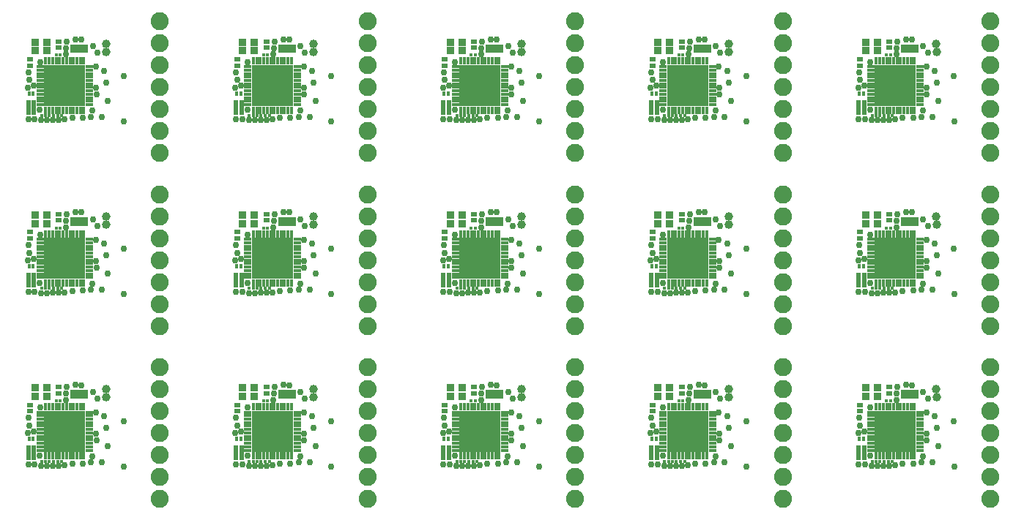
<source format=gbr>
G04 EAGLE Gerber X2 export*
%TF.Part,Single*%
%TF.FileFunction,Soldermask,Top,1*%
%TF.FilePolarity,Negative*%
%TF.GenerationSoftware,Autodesk,EAGLE,8.7.1*%
%TF.CreationDate,2018-04-12T23:37:32Z*%
G75*
%MOMM*%
%FSLAX34Y34*%
%LPD*%
%AMOC8*
5,1,8,0,0,1.08239X$1,22.5*%
G01*
%ADD10R,0.453200X0.453200*%
%ADD11C,2.082800*%
%ADD12R,0.953200X0.903200*%
%ADD13R,0.433200X0.883200*%
%ADD14R,4.803200X4.803200*%
%ADD15R,0.883200X0.433200*%
%ADD16R,0.553200X0.553200*%
%ADD17R,0.803200X0.603200*%
%ADD18R,0.553200X1.803200*%
%ADD19R,0.453200X0.503200*%
%ADD20C,0.762000*%
%ADD21C,1.008000*%


D10*
X24138Y8805D03*
X19566Y8805D03*
X38380Y8723D03*
X42952Y8723D03*
X28572Y8735D03*
X33144Y8735D03*
X36355Y78766D03*
X40927Y78766D03*
D11*
X156400Y117800D03*
X156400Y92400D03*
X156400Y67000D03*
X156400Y41600D03*
X156400Y16200D03*
X156400Y-9200D03*
X156400Y-34600D03*
D12*
X25607Y83791D03*
X12107Y83791D03*
X12107Y93791D03*
X25607Y93791D03*
D13*
X24462Y14900D03*
D14*
X46462Y43500D03*
D13*
X28462Y14900D03*
X32462Y14900D03*
X36462Y14900D03*
X40462Y14900D03*
X44462Y14900D03*
X48462Y14900D03*
X52462Y14900D03*
X56462Y14900D03*
X60462Y14900D03*
X64462Y14900D03*
X68462Y14900D03*
D15*
X75062Y21500D03*
X75062Y25500D03*
X75062Y29500D03*
X75062Y33500D03*
X75062Y37500D03*
X75062Y41500D03*
X75062Y45500D03*
X75062Y49500D03*
X75062Y53500D03*
X75062Y57500D03*
X75062Y61500D03*
X75062Y65500D03*
D13*
X68462Y72100D03*
X64462Y72100D03*
X60462Y72100D03*
X56462Y72100D03*
X52462Y72100D03*
X48462Y72100D03*
X44462Y72100D03*
X40462Y72100D03*
X36462Y72100D03*
X32462Y72100D03*
X28462Y72100D03*
X24462Y72100D03*
D15*
X17862Y65500D03*
X17862Y61500D03*
X17862Y57500D03*
X17862Y53500D03*
X17862Y49500D03*
X17862Y45500D03*
X17862Y41500D03*
X17862Y37500D03*
X17862Y33500D03*
X17862Y29500D03*
X17862Y25500D03*
X17862Y21500D03*
D16*
X70739Y83796D03*
X65739Y83796D03*
X60739Y83796D03*
X55739Y83796D03*
X70739Y88796D03*
X65739Y88796D03*
X60739Y88796D03*
X55739Y88796D03*
D17*
X5860Y66813D03*
X5860Y73813D03*
X39624Y87440D03*
X39624Y94440D03*
D18*
X4153Y18174D03*
X10653Y18174D03*
D19*
X10016Y34337D03*
X5016Y34337D03*
D10*
X264138Y8805D03*
X259566Y8805D03*
X278380Y8723D03*
X282952Y8723D03*
X268572Y8735D03*
X273144Y8735D03*
X276355Y78766D03*
X280927Y78766D03*
D11*
X396400Y117800D03*
X396400Y92400D03*
X396400Y67000D03*
X396400Y41600D03*
X396400Y16200D03*
X396400Y-9200D03*
X396400Y-34600D03*
D12*
X265607Y83791D03*
X252107Y83791D03*
X252107Y93791D03*
X265607Y93791D03*
D13*
X264462Y14900D03*
D14*
X286462Y43500D03*
D13*
X268462Y14900D03*
X272462Y14900D03*
X276462Y14900D03*
X280462Y14900D03*
X284462Y14900D03*
X288462Y14900D03*
X292462Y14900D03*
X296462Y14900D03*
X300462Y14900D03*
X304462Y14900D03*
X308462Y14900D03*
D15*
X315062Y21500D03*
X315062Y25500D03*
X315062Y29500D03*
X315062Y33500D03*
X315062Y37500D03*
X315062Y41500D03*
X315062Y45500D03*
X315062Y49500D03*
X315062Y53500D03*
X315062Y57500D03*
X315062Y61500D03*
X315062Y65500D03*
D13*
X308462Y72100D03*
X304462Y72100D03*
X300462Y72100D03*
X296462Y72100D03*
X292462Y72100D03*
X288462Y72100D03*
X284462Y72100D03*
X280462Y72100D03*
X276462Y72100D03*
X272462Y72100D03*
X268462Y72100D03*
X264462Y72100D03*
D15*
X257862Y65500D03*
X257862Y61500D03*
X257862Y57500D03*
X257862Y53500D03*
X257862Y49500D03*
X257862Y45500D03*
X257862Y41500D03*
X257862Y37500D03*
X257862Y33500D03*
X257862Y29500D03*
X257862Y25500D03*
X257862Y21500D03*
D16*
X310739Y83796D03*
X305739Y83796D03*
X300739Y83796D03*
X295739Y83796D03*
X310739Y88796D03*
X305739Y88796D03*
X300739Y88796D03*
X295739Y88796D03*
D17*
X245860Y66813D03*
X245860Y73813D03*
X279624Y87440D03*
X279624Y94440D03*
D18*
X244153Y18174D03*
X250653Y18174D03*
D19*
X250016Y34337D03*
X245016Y34337D03*
D10*
X504138Y8805D03*
X499566Y8805D03*
X518380Y8723D03*
X522952Y8723D03*
X508572Y8735D03*
X513144Y8735D03*
X516355Y78766D03*
X520927Y78766D03*
D11*
X636400Y117800D03*
X636400Y92400D03*
X636400Y67000D03*
X636400Y41600D03*
X636400Y16200D03*
X636400Y-9200D03*
X636400Y-34600D03*
D12*
X505607Y83791D03*
X492107Y83791D03*
X492107Y93791D03*
X505607Y93791D03*
D13*
X504462Y14900D03*
D14*
X526462Y43500D03*
D13*
X508462Y14900D03*
X512462Y14900D03*
X516462Y14900D03*
X520462Y14900D03*
X524462Y14900D03*
X528462Y14900D03*
X532462Y14900D03*
X536462Y14900D03*
X540462Y14900D03*
X544462Y14900D03*
X548462Y14900D03*
D15*
X555062Y21500D03*
X555062Y25500D03*
X555062Y29500D03*
X555062Y33500D03*
X555062Y37500D03*
X555062Y41500D03*
X555062Y45500D03*
X555062Y49500D03*
X555062Y53500D03*
X555062Y57500D03*
X555062Y61500D03*
X555062Y65500D03*
D13*
X548462Y72100D03*
X544462Y72100D03*
X540462Y72100D03*
X536462Y72100D03*
X532462Y72100D03*
X528462Y72100D03*
X524462Y72100D03*
X520462Y72100D03*
X516462Y72100D03*
X512462Y72100D03*
X508462Y72100D03*
X504462Y72100D03*
D15*
X497862Y65500D03*
X497862Y61500D03*
X497862Y57500D03*
X497862Y53500D03*
X497862Y49500D03*
X497862Y45500D03*
X497862Y41500D03*
X497862Y37500D03*
X497862Y33500D03*
X497862Y29500D03*
X497862Y25500D03*
X497862Y21500D03*
D16*
X550739Y83796D03*
X545739Y83796D03*
X540739Y83796D03*
X535739Y83796D03*
X550739Y88796D03*
X545739Y88796D03*
X540739Y88796D03*
X535739Y88796D03*
D17*
X485860Y66813D03*
X485860Y73813D03*
X519624Y87440D03*
X519624Y94440D03*
D18*
X484153Y18174D03*
X490653Y18174D03*
D19*
X490016Y34337D03*
X485016Y34337D03*
D10*
X744138Y8805D03*
X739566Y8805D03*
X758380Y8723D03*
X762952Y8723D03*
X748572Y8735D03*
X753144Y8735D03*
X756355Y78766D03*
X760927Y78766D03*
D11*
X876400Y117800D03*
X876400Y92400D03*
X876400Y67000D03*
X876400Y41600D03*
X876400Y16200D03*
X876400Y-9200D03*
X876400Y-34600D03*
D12*
X745607Y83791D03*
X732107Y83791D03*
X732107Y93791D03*
X745607Y93791D03*
D13*
X744462Y14900D03*
D14*
X766462Y43500D03*
D13*
X748462Y14900D03*
X752462Y14900D03*
X756462Y14900D03*
X760462Y14900D03*
X764462Y14900D03*
X768462Y14900D03*
X772462Y14900D03*
X776462Y14900D03*
X780462Y14900D03*
X784462Y14900D03*
X788462Y14900D03*
D15*
X795062Y21500D03*
X795062Y25500D03*
X795062Y29500D03*
X795062Y33500D03*
X795062Y37500D03*
X795062Y41500D03*
X795062Y45500D03*
X795062Y49500D03*
X795062Y53500D03*
X795062Y57500D03*
X795062Y61500D03*
X795062Y65500D03*
D13*
X788462Y72100D03*
X784462Y72100D03*
X780462Y72100D03*
X776462Y72100D03*
X772462Y72100D03*
X768462Y72100D03*
X764462Y72100D03*
X760462Y72100D03*
X756462Y72100D03*
X752462Y72100D03*
X748462Y72100D03*
X744462Y72100D03*
D15*
X737862Y65500D03*
X737862Y61500D03*
X737862Y57500D03*
X737862Y53500D03*
X737862Y49500D03*
X737862Y45500D03*
X737862Y41500D03*
X737862Y37500D03*
X737862Y33500D03*
X737862Y29500D03*
X737862Y25500D03*
X737862Y21500D03*
D16*
X790739Y83796D03*
X785739Y83796D03*
X780739Y83796D03*
X775739Y83796D03*
X790739Y88796D03*
X785739Y88796D03*
X780739Y88796D03*
X775739Y88796D03*
D17*
X725860Y66813D03*
X725860Y73813D03*
X759624Y87440D03*
X759624Y94440D03*
D18*
X724153Y18174D03*
X730653Y18174D03*
D19*
X730016Y34337D03*
X725016Y34337D03*
D10*
X984138Y8805D03*
X979566Y8805D03*
X998380Y8723D03*
X1002952Y8723D03*
X988572Y8735D03*
X993144Y8735D03*
X996355Y78766D03*
X1000927Y78766D03*
D11*
X1116400Y117800D03*
X1116400Y92400D03*
X1116400Y67000D03*
X1116400Y41600D03*
X1116400Y16200D03*
X1116400Y-9200D03*
X1116400Y-34600D03*
D12*
X985607Y83791D03*
X972107Y83791D03*
X972107Y93791D03*
X985607Y93791D03*
D13*
X984462Y14900D03*
D14*
X1006462Y43500D03*
D13*
X988462Y14900D03*
X992462Y14900D03*
X996462Y14900D03*
X1000462Y14900D03*
X1004462Y14900D03*
X1008462Y14900D03*
X1012462Y14900D03*
X1016462Y14900D03*
X1020462Y14900D03*
X1024462Y14900D03*
X1028462Y14900D03*
D15*
X1035062Y21500D03*
X1035062Y25500D03*
X1035062Y29500D03*
X1035062Y33500D03*
X1035062Y37500D03*
X1035062Y41500D03*
X1035062Y45500D03*
X1035062Y49500D03*
X1035062Y53500D03*
X1035062Y57500D03*
X1035062Y61500D03*
X1035062Y65500D03*
D13*
X1028462Y72100D03*
X1024462Y72100D03*
X1020462Y72100D03*
X1016462Y72100D03*
X1012462Y72100D03*
X1008462Y72100D03*
X1004462Y72100D03*
X1000462Y72100D03*
X996462Y72100D03*
X992462Y72100D03*
X988462Y72100D03*
X984462Y72100D03*
D15*
X977862Y65500D03*
X977862Y61500D03*
X977862Y57500D03*
X977862Y53500D03*
X977862Y49500D03*
X977862Y45500D03*
X977862Y41500D03*
X977862Y37500D03*
X977862Y33500D03*
X977862Y29500D03*
X977862Y25500D03*
X977862Y21500D03*
D16*
X1030739Y83796D03*
X1025739Y83796D03*
X1020739Y83796D03*
X1015739Y83796D03*
X1030739Y88796D03*
X1025739Y88796D03*
X1020739Y88796D03*
X1015739Y88796D03*
D17*
X965860Y66813D03*
X965860Y73813D03*
X999624Y87440D03*
X999624Y94440D03*
D18*
X964153Y18174D03*
X970653Y18174D03*
D19*
X970016Y34337D03*
X965016Y34337D03*
D10*
X24138Y208805D03*
X19566Y208805D03*
X38380Y208723D03*
X42952Y208723D03*
X28572Y208735D03*
X33144Y208735D03*
X36355Y278766D03*
X40927Y278766D03*
D11*
X156400Y317800D03*
X156400Y292400D03*
X156400Y267000D03*
X156400Y241600D03*
X156400Y216200D03*
X156400Y190800D03*
X156400Y165400D03*
D12*
X25607Y283791D03*
X12107Y283791D03*
X12107Y293791D03*
X25607Y293791D03*
D13*
X24462Y214900D03*
D14*
X46462Y243500D03*
D13*
X28462Y214900D03*
X32462Y214900D03*
X36462Y214900D03*
X40462Y214900D03*
X44462Y214900D03*
X48462Y214900D03*
X52462Y214900D03*
X56462Y214900D03*
X60462Y214900D03*
X64462Y214900D03*
X68462Y214900D03*
D15*
X75062Y221500D03*
X75062Y225500D03*
X75062Y229500D03*
X75062Y233500D03*
X75062Y237500D03*
X75062Y241500D03*
X75062Y245500D03*
X75062Y249500D03*
X75062Y253500D03*
X75062Y257500D03*
X75062Y261500D03*
X75062Y265500D03*
D13*
X68462Y272100D03*
X64462Y272100D03*
X60462Y272100D03*
X56462Y272100D03*
X52462Y272100D03*
X48462Y272100D03*
X44462Y272100D03*
X40462Y272100D03*
X36462Y272100D03*
X32462Y272100D03*
X28462Y272100D03*
X24462Y272100D03*
D15*
X17862Y265500D03*
X17862Y261500D03*
X17862Y257500D03*
X17862Y253500D03*
X17862Y249500D03*
X17862Y245500D03*
X17862Y241500D03*
X17862Y237500D03*
X17862Y233500D03*
X17862Y229500D03*
X17862Y225500D03*
X17862Y221500D03*
D16*
X70739Y283796D03*
X65739Y283796D03*
X60739Y283796D03*
X55739Y283796D03*
X70739Y288796D03*
X65739Y288796D03*
X60739Y288796D03*
X55739Y288796D03*
D17*
X5860Y266813D03*
X5860Y273813D03*
X39624Y287440D03*
X39624Y294440D03*
D18*
X4153Y218174D03*
X10653Y218174D03*
D19*
X10016Y234337D03*
X5016Y234337D03*
D10*
X264138Y208805D03*
X259566Y208805D03*
X278380Y208723D03*
X282952Y208723D03*
X268572Y208735D03*
X273144Y208735D03*
X276355Y278766D03*
X280927Y278766D03*
D11*
X396400Y317800D03*
X396400Y292400D03*
X396400Y267000D03*
X396400Y241600D03*
X396400Y216200D03*
X396400Y190800D03*
X396400Y165400D03*
D12*
X265607Y283791D03*
X252107Y283791D03*
X252107Y293791D03*
X265607Y293791D03*
D13*
X264462Y214900D03*
D14*
X286462Y243500D03*
D13*
X268462Y214900D03*
X272462Y214900D03*
X276462Y214900D03*
X280462Y214900D03*
X284462Y214900D03*
X288462Y214900D03*
X292462Y214900D03*
X296462Y214900D03*
X300462Y214900D03*
X304462Y214900D03*
X308462Y214900D03*
D15*
X315062Y221500D03*
X315062Y225500D03*
X315062Y229500D03*
X315062Y233500D03*
X315062Y237500D03*
X315062Y241500D03*
X315062Y245500D03*
X315062Y249500D03*
X315062Y253500D03*
X315062Y257500D03*
X315062Y261500D03*
X315062Y265500D03*
D13*
X308462Y272100D03*
X304462Y272100D03*
X300462Y272100D03*
X296462Y272100D03*
X292462Y272100D03*
X288462Y272100D03*
X284462Y272100D03*
X280462Y272100D03*
X276462Y272100D03*
X272462Y272100D03*
X268462Y272100D03*
X264462Y272100D03*
D15*
X257862Y265500D03*
X257862Y261500D03*
X257862Y257500D03*
X257862Y253500D03*
X257862Y249500D03*
X257862Y245500D03*
X257862Y241500D03*
X257862Y237500D03*
X257862Y233500D03*
X257862Y229500D03*
X257862Y225500D03*
X257862Y221500D03*
D16*
X310739Y283796D03*
X305739Y283796D03*
X300739Y283796D03*
X295739Y283796D03*
X310739Y288796D03*
X305739Y288796D03*
X300739Y288796D03*
X295739Y288796D03*
D17*
X245860Y266813D03*
X245860Y273813D03*
X279624Y287440D03*
X279624Y294440D03*
D18*
X244153Y218174D03*
X250653Y218174D03*
D19*
X250016Y234337D03*
X245016Y234337D03*
D10*
X504138Y208805D03*
X499566Y208805D03*
X518380Y208723D03*
X522952Y208723D03*
X508572Y208735D03*
X513144Y208735D03*
X516355Y278766D03*
X520927Y278766D03*
D11*
X636400Y317800D03*
X636400Y292400D03*
X636400Y267000D03*
X636400Y241600D03*
X636400Y216200D03*
X636400Y190800D03*
X636400Y165400D03*
D12*
X505607Y283791D03*
X492107Y283791D03*
X492107Y293791D03*
X505607Y293791D03*
D13*
X504462Y214900D03*
D14*
X526462Y243500D03*
D13*
X508462Y214900D03*
X512462Y214900D03*
X516462Y214900D03*
X520462Y214900D03*
X524462Y214900D03*
X528462Y214900D03*
X532462Y214900D03*
X536462Y214900D03*
X540462Y214900D03*
X544462Y214900D03*
X548462Y214900D03*
D15*
X555062Y221500D03*
X555062Y225500D03*
X555062Y229500D03*
X555062Y233500D03*
X555062Y237500D03*
X555062Y241500D03*
X555062Y245500D03*
X555062Y249500D03*
X555062Y253500D03*
X555062Y257500D03*
X555062Y261500D03*
X555062Y265500D03*
D13*
X548462Y272100D03*
X544462Y272100D03*
X540462Y272100D03*
X536462Y272100D03*
X532462Y272100D03*
X528462Y272100D03*
X524462Y272100D03*
X520462Y272100D03*
X516462Y272100D03*
X512462Y272100D03*
X508462Y272100D03*
X504462Y272100D03*
D15*
X497862Y265500D03*
X497862Y261500D03*
X497862Y257500D03*
X497862Y253500D03*
X497862Y249500D03*
X497862Y245500D03*
X497862Y241500D03*
X497862Y237500D03*
X497862Y233500D03*
X497862Y229500D03*
X497862Y225500D03*
X497862Y221500D03*
D16*
X550739Y283796D03*
X545739Y283796D03*
X540739Y283796D03*
X535739Y283796D03*
X550739Y288796D03*
X545739Y288796D03*
X540739Y288796D03*
X535739Y288796D03*
D17*
X485860Y266813D03*
X485860Y273813D03*
X519624Y287440D03*
X519624Y294440D03*
D18*
X484153Y218174D03*
X490653Y218174D03*
D19*
X490016Y234337D03*
X485016Y234337D03*
D10*
X744138Y208805D03*
X739566Y208805D03*
X758380Y208723D03*
X762952Y208723D03*
X748572Y208735D03*
X753144Y208735D03*
X756355Y278766D03*
X760927Y278766D03*
D11*
X876400Y317800D03*
X876400Y292400D03*
X876400Y267000D03*
X876400Y241600D03*
X876400Y216200D03*
X876400Y190800D03*
X876400Y165400D03*
D12*
X745607Y283791D03*
X732107Y283791D03*
X732107Y293791D03*
X745607Y293791D03*
D13*
X744462Y214900D03*
D14*
X766462Y243500D03*
D13*
X748462Y214900D03*
X752462Y214900D03*
X756462Y214900D03*
X760462Y214900D03*
X764462Y214900D03*
X768462Y214900D03*
X772462Y214900D03*
X776462Y214900D03*
X780462Y214900D03*
X784462Y214900D03*
X788462Y214900D03*
D15*
X795062Y221500D03*
X795062Y225500D03*
X795062Y229500D03*
X795062Y233500D03*
X795062Y237500D03*
X795062Y241500D03*
X795062Y245500D03*
X795062Y249500D03*
X795062Y253500D03*
X795062Y257500D03*
X795062Y261500D03*
X795062Y265500D03*
D13*
X788462Y272100D03*
X784462Y272100D03*
X780462Y272100D03*
X776462Y272100D03*
X772462Y272100D03*
X768462Y272100D03*
X764462Y272100D03*
X760462Y272100D03*
X756462Y272100D03*
X752462Y272100D03*
X748462Y272100D03*
X744462Y272100D03*
D15*
X737862Y265500D03*
X737862Y261500D03*
X737862Y257500D03*
X737862Y253500D03*
X737862Y249500D03*
X737862Y245500D03*
X737862Y241500D03*
X737862Y237500D03*
X737862Y233500D03*
X737862Y229500D03*
X737862Y225500D03*
X737862Y221500D03*
D16*
X790739Y283796D03*
X785739Y283796D03*
X780739Y283796D03*
X775739Y283796D03*
X790739Y288796D03*
X785739Y288796D03*
X780739Y288796D03*
X775739Y288796D03*
D17*
X725860Y266813D03*
X725860Y273813D03*
X759624Y287440D03*
X759624Y294440D03*
D18*
X724153Y218174D03*
X730653Y218174D03*
D19*
X730016Y234337D03*
X725016Y234337D03*
D10*
X984138Y208805D03*
X979566Y208805D03*
X998380Y208723D03*
X1002952Y208723D03*
X988572Y208735D03*
X993144Y208735D03*
X996355Y278766D03*
X1000927Y278766D03*
D11*
X1116400Y317800D03*
X1116400Y292400D03*
X1116400Y267000D03*
X1116400Y241600D03*
X1116400Y216200D03*
X1116400Y190800D03*
X1116400Y165400D03*
D12*
X985607Y283791D03*
X972107Y283791D03*
X972107Y293791D03*
X985607Y293791D03*
D13*
X984462Y214900D03*
D14*
X1006462Y243500D03*
D13*
X988462Y214900D03*
X992462Y214900D03*
X996462Y214900D03*
X1000462Y214900D03*
X1004462Y214900D03*
X1008462Y214900D03*
X1012462Y214900D03*
X1016462Y214900D03*
X1020462Y214900D03*
X1024462Y214900D03*
X1028462Y214900D03*
D15*
X1035062Y221500D03*
X1035062Y225500D03*
X1035062Y229500D03*
X1035062Y233500D03*
X1035062Y237500D03*
X1035062Y241500D03*
X1035062Y245500D03*
X1035062Y249500D03*
X1035062Y253500D03*
X1035062Y257500D03*
X1035062Y261500D03*
X1035062Y265500D03*
D13*
X1028462Y272100D03*
X1024462Y272100D03*
X1020462Y272100D03*
X1016462Y272100D03*
X1012462Y272100D03*
X1008462Y272100D03*
X1004462Y272100D03*
X1000462Y272100D03*
X996462Y272100D03*
X992462Y272100D03*
X988462Y272100D03*
X984462Y272100D03*
D15*
X977862Y265500D03*
X977862Y261500D03*
X977862Y257500D03*
X977862Y253500D03*
X977862Y249500D03*
X977862Y245500D03*
X977862Y241500D03*
X977862Y237500D03*
X977862Y233500D03*
X977862Y229500D03*
X977862Y225500D03*
X977862Y221500D03*
D16*
X1030739Y283796D03*
X1025739Y283796D03*
X1020739Y283796D03*
X1015739Y283796D03*
X1030739Y288796D03*
X1025739Y288796D03*
X1020739Y288796D03*
X1015739Y288796D03*
D17*
X965860Y266813D03*
X965860Y273813D03*
X999624Y287440D03*
X999624Y294440D03*
D18*
X964153Y218174D03*
X970653Y218174D03*
D19*
X970016Y234337D03*
X965016Y234337D03*
D10*
X24138Y408805D03*
X19566Y408805D03*
X38380Y408723D03*
X42952Y408723D03*
X28572Y408735D03*
X33144Y408735D03*
X36355Y478766D03*
X40927Y478766D03*
D11*
X156400Y517800D03*
X156400Y492400D03*
X156400Y467000D03*
X156400Y441600D03*
X156400Y416200D03*
X156400Y390800D03*
X156400Y365400D03*
D12*
X25607Y483791D03*
X12107Y483791D03*
X12107Y493791D03*
X25607Y493791D03*
D13*
X24462Y414900D03*
D14*
X46462Y443500D03*
D13*
X28462Y414900D03*
X32462Y414900D03*
X36462Y414900D03*
X40462Y414900D03*
X44462Y414900D03*
X48462Y414900D03*
X52462Y414900D03*
X56462Y414900D03*
X60462Y414900D03*
X64462Y414900D03*
X68462Y414900D03*
D15*
X75062Y421500D03*
X75062Y425500D03*
X75062Y429500D03*
X75062Y433500D03*
X75062Y437500D03*
X75062Y441500D03*
X75062Y445500D03*
X75062Y449500D03*
X75062Y453500D03*
X75062Y457500D03*
X75062Y461500D03*
X75062Y465500D03*
D13*
X68462Y472100D03*
X64462Y472100D03*
X60462Y472100D03*
X56462Y472100D03*
X52462Y472100D03*
X48462Y472100D03*
X44462Y472100D03*
X40462Y472100D03*
X36462Y472100D03*
X32462Y472100D03*
X28462Y472100D03*
X24462Y472100D03*
D15*
X17862Y465500D03*
X17862Y461500D03*
X17862Y457500D03*
X17862Y453500D03*
X17862Y449500D03*
X17862Y445500D03*
X17862Y441500D03*
X17862Y437500D03*
X17862Y433500D03*
X17862Y429500D03*
X17862Y425500D03*
X17862Y421500D03*
D16*
X70739Y483796D03*
X65739Y483796D03*
X60739Y483796D03*
X55739Y483796D03*
X70739Y488796D03*
X65739Y488796D03*
X60739Y488796D03*
X55739Y488796D03*
D17*
X5860Y466813D03*
X5860Y473813D03*
X39624Y487440D03*
X39624Y494440D03*
D18*
X4153Y418174D03*
X10653Y418174D03*
D19*
X10016Y434337D03*
X5016Y434337D03*
D10*
X264138Y408805D03*
X259566Y408805D03*
X278380Y408723D03*
X282952Y408723D03*
X268572Y408735D03*
X273144Y408735D03*
X276355Y478766D03*
X280927Y478766D03*
D11*
X396400Y517800D03*
X396400Y492400D03*
X396400Y467000D03*
X396400Y441600D03*
X396400Y416200D03*
X396400Y390800D03*
X396400Y365400D03*
D12*
X265607Y483791D03*
X252107Y483791D03*
X252107Y493791D03*
X265607Y493791D03*
D13*
X264462Y414900D03*
D14*
X286462Y443500D03*
D13*
X268462Y414900D03*
X272462Y414900D03*
X276462Y414900D03*
X280462Y414900D03*
X284462Y414900D03*
X288462Y414900D03*
X292462Y414900D03*
X296462Y414900D03*
X300462Y414900D03*
X304462Y414900D03*
X308462Y414900D03*
D15*
X315062Y421500D03*
X315062Y425500D03*
X315062Y429500D03*
X315062Y433500D03*
X315062Y437500D03*
X315062Y441500D03*
X315062Y445500D03*
X315062Y449500D03*
X315062Y453500D03*
X315062Y457500D03*
X315062Y461500D03*
X315062Y465500D03*
D13*
X308462Y472100D03*
X304462Y472100D03*
X300462Y472100D03*
X296462Y472100D03*
X292462Y472100D03*
X288462Y472100D03*
X284462Y472100D03*
X280462Y472100D03*
X276462Y472100D03*
X272462Y472100D03*
X268462Y472100D03*
X264462Y472100D03*
D15*
X257862Y465500D03*
X257862Y461500D03*
X257862Y457500D03*
X257862Y453500D03*
X257862Y449500D03*
X257862Y445500D03*
X257862Y441500D03*
X257862Y437500D03*
X257862Y433500D03*
X257862Y429500D03*
X257862Y425500D03*
X257862Y421500D03*
D16*
X310739Y483796D03*
X305739Y483796D03*
X300739Y483796D03*
X295739Y483796D03*
X310739Y488796D03*
X305739Y488796D03*
X300739Y488796D03*
X295739Y488796D03*
D17*
X245860Y466813D03*
X245860Y473813D03*
X279624Y487440D03*
X279624Y494440D03*
D18*
X244153Y418174D03*
X250653Y418174D03*
D19*
X250016Y434337D03*
X245016Y434337D03*
D10*
X504138Y408805D03*
X499566Y408805D03*
X518380Y408723D03*
X522952Y408723D03*
X508572Y408735D03*
X513144Y408735D03*
X516355Y478766D03*
X520927Y478766D03*
D11*
X636400Y517800D03*
X636400Y492400D03*
X636400Y467000D03*
X636400Y441600D03*
X636400Y416200D03*
X636400Y390800D03*
X636400Y365400D03*
D12*
X505607Y483791D03*
X492107Y483791D03*
X492107Y493791D03*
X505607Y493791D03*
D13*
X504462Y414900D03*
D14*
X526462Y443500D03*
D13*
X508462Y414900D03*
X512462Y414900D03*
X516462Y414900D03*
X520462Y414900D03*
X524462Y414900D03*
X528462Y414900D03*
X532462Y414900D03*
X536462Y414900D03*
X540462Y414900D03*
X544462Y414900D03*
X548462Y414900D03*
D15*
X555062Y421500D03*
X555062Y425500D03*
X555062Y429500D03*
X555062Y433500D03*
X555062Y437500D03*
X555062Y441500D03*
X555062Y445500D03*
X555062Y449500D03*
X555062Y453500D03*
X555062Y457500D03*
X555062Y461500D03*
X555062Y465500D03*
D13*
X548462Y472100D03*
X544462Y472100D03*
X540462Y472100D03*
X536462Y472100D03*
X532462Y472100D03*
X528462Y472100D03*
X524462Y472100D03*
X520462Y472100D03*
X516462Y472100D03*
X512462Y472100D03*
X508462Y472100D03*
X504462Y472100D03*
D15*
X497862Y465500D03*
X497862Y461500D03*
X497862Y457500D03*
X497862Y453500D03*
X497862Y449500D03*
X497862Y445500D03*
X497862Y441500D03*
X497862Y437500D03*
X497862Y433500D03*
X497862Y429500D03*
X497862Y425500D03*
X497862Y421500D03*
D16*
X550739Y483796D03*
X545739Y483796D03*
X540739Y483796D03*
X535739Y483796D03*
X550739Y488796D03*
X545739Y488796D03*
X540739Y488796D03*
X535739Y488796D03*
D17*
X485860Y466813D03*
X485860Y473813D03*
X519624Y487440D03*
X519624Y494440D03*
D18*
X484153Y418174D03*
X490653Y418174D03*
D19*
X490016Y434337D03*
X485016Y434337D03*
D10*
X744138Y408805D03*
X739566Y408805D03*
X758380Y408723D03*
X762952Y408723D03*
X748572Y408735D03*
X753144Y408735D03*
X756355Y478766D03*
X760927Y478766D03*
D11*
X876400Y517800D03*
X876400Y492400D03*
X876400Y467000D03*
X876400Y441600D03*
X876400Y416200D03*
X876400Y390800D03*
X876400Y365400D03*
D12*
X745607Y483791D03*
X732107Y483791D03*
X732107Y493791D03*
X745607Y493791D03*
D13*
X744462Y414900D03*
D14*
X766462Y443500D03*
D13*
X748462Y414900D03*
X752462Y414900D03*
X756462Y414900D03*
X760462Y414900D03*
X764462Y414900D03*
X768462Y414900D03*
X772462Y414900D03*
X776462Y414900D03*
X780462Y414900D03*
X784462Y414900D03*
X788462Y414900D03*
D15*
X795062Y421500D03*
X795062Y425500D03*
X795062Y429500D03*
X795062Y433500D03*
X795062Y437500D03*
X795062Y441500D03*
X795062Y445500D03*
X795062Y449500D03*
X795062Y453500D03*
X795062Y457500D03*
X795062Y461500D03*
X795062Y465500D03*
D13*
X788462Y472100D03*
X784462Y472100D03*
X780462Y472100D03*
X776462Y472100D03*
X772462Y472100D03*
X768462Y472100D03*
X764462Y472100D03*
X760462Y472100D03*
X756462Y472100D03*
X752462Y472100D03*
X748462Y472100D03*
X744462Y472100D03*
D15*
X737862Y465500D03*
X737862Y461500D03*
X737862Y457500D03*
X737862Y453500D03*
X737862Y449500D03*
X737862Y445500D03*
X737862Y441500D03*
X737862Y437500D03*
X737862Y433500D03*
X737862Y429500D03*
X737862Y425500D03*
X737862Y421500D03*
D16*
X790739Y483796D03*
X785739Y483796D03*
X780739Y483796D03*
X775739Y483796D03*
X790739Y488796D03*
X785739Y488796D03*
X780739Y488796D03*
X775739Y488796D03*
D17*
X725860Y466813D03*
X725860Y473813D03*
X759624Y487440D03*
X759624Y494440D03*
D18*
X724153Y418174D03*
X730653Y418174D03*
D19*
X730016Y434337D03*
X725016Y434337D03*
D10*
X984138Y408805D03*
X979566Y408805D03*
X998380Y408723D03*
X1002952Y408723D03*
X988572Y408735D03*
X993144Y408735D03*
X996355Y478766D03*
X1000927Y478766D03*
D11*
X1116400Y517800D03*
X1116400Y492400D03*
X1116400Y467000D03*
X1116400Y441600D03*
X1116400Y416200D03*
X1116400Y390800D03*
X1116400Y365400D03*
D12*
X985607Y483791D03*
X972107Y483791D03*
X972107Y493791D03*
X985607Y493791D03*
D13*
X984462Y414900D03*
D14*
X1006462Y443500D03*
D13*
X988462Y414900D03*
X992462Y414900D03*
X996462Y414900D03*
X1000462Y414900D03*
X1004462Y414900D03*
X1008462Y414900D03*
X1012462Y414900D03*
X1016462Y414900D03*
X1020462Y414900D03*
X1024462Y414900D03*
X1028462Y414900D03*
D15*
X1035062Y421500D03*
X1035062Y425500D03*
X1035062Y429500D03*
X1035062Y433500D03*
X1035062Y437500D03*
X1035062Y441500D03*
X1035062Y445500D03*
X1035062Y449500D03*
X1035062Y453500D03*
X1035062Y457500D03*
X1035062Y461500D03*
X1035062Y465500D03*
D13*
X1028462Y472100D03*
X1024462Y472100D03*
X1020462Y472100D03*
X1016462Y472100D03*
X1012462Y472100D03*
X1008462Y472100D03*
X1004462Y472100D03*
X1000462Y472100D03*
X996462Y472100D03*
X992462Y472100D03*
X988462Y472100D03*
X984462Y472100D03*
D15*
X977862Y465500D03*
X977862Y461500D03*
X977862Y457500D03*
X977862Y453500D03*
X977862Y449500D03*
X977862Y445500D03*
X977862Y441500D03*
X977862Y437500D03*
X977862Y433500D03*
X977862Y429500D03*
X977862Y425500D03*
X977862Y421500D03*
D16*
X1030739Y483796D03*
X1025739Y483796D03*
X1020739Y483796D03*
X1015739Y483796D03*
X1030739Y488796D03*
X1025739Y488796D03*
X1020739Y488796D03*
X1015739Y488796D03*
D17*
X965860Y466813D03*
X965860Y473813D03*
X999624Y487440D03*
X999624Y494440D03*
D18*
X964153Y418174D03*
X970653Y418174D03*
D19*
X970016Y434337D03*
X965016Y434337D03*
D20*
X114300Y54864D03*
X82622Y40749D03*
X94150Y47127D03*
X96192Y25748D03*
X67056Y6096D03*
X82904Y32994D03*
X60000Y60000D03*
X76800Y7200D03*
X27432Y25908D03*
X35052Y25908D03*
X42672Y25908D03*
X39542Y3680D03*
X25826Y3491D03*
X19104Y3524D03*
X47523Y79564D03*
X47971Y86875D03*
X48895Y94447D03*
X4547Y59198D03*
D21*
X43981Y41019D03*
D20*
X3540Y40989D03*
X4155Y4794D03*
X50800Y25400D03*
X50800Y33020D03*
X43180Y33020D03*
X35560Y33500D03*
X27940Y33500D03*
X27940Y63500D03*
X27940Y55880D03*
D21*
X94250Y82682D03*
D20*
X17734Y70905D03*
X46400Y4242D03*
X32684Y3582D03*
D21*
X94000Y92000D03*
D20*
X78637Y14404D03*
X11613Y4900D03*
X17529Y15255D03*
X55000Y6000D03*
X89291Y7213D03*
X114428Y2076D03*
X78740Y88900D03*
X82526Y65278D03*
X10398Y43225D03*
X65834Y96753D03*
X5572Y49951D03*
X58976Y96869D03*
X84151Y81247D03*
X92187Y60921D03*
X354300Y54864D03*
X322622Y40749D03*
X334150Y47127D03*
X336192Y25748D03*
X307056Y6096D03*
X322904Y32994D03*
X300000Y60000D03*
X316800Y7200D03*
X267432Y25908D03*
X275052Y25908D03*
X282672Y25908D03*
X279542Y3680D03*
X265826Y3491D03*
X259104Y3524D03*
X287523Y79564D03*
X287971Y86875D03*
X288895Y94447D03*
X244547Y59198D03*
D21*
X283981Y41019D03*
D20*
X243540Y40989D03*
X244155Y4794D03*
X290800Y25400D03*
X290800Y33020D03*
X283180Y33020D03*
X275560Y33500D03*
X267940Y33500D03*
X267940Y63500D03*
X267940Y55880D03*
D21*
X334250Y82682D03*
D20*
X257734Y70905D03*
X286400Y4242D03*
X272684Y3582D03*
D21*
X334000Y92000D03*
D20*
X318637Y14404D03*
X251613Y4900D03*
X257529Y15255D03*
X295000Y6000D03*
X329291Y7213D03*
X354428Y2076D03*
X318740Y88900D03*
X322526Y65278D03*
X250398Y43225D03*
X305834Y96753D03*
X245572Y49951D03*
X298976Y96869D03*
X324151Y81247D03*
X332187Y60921D03*
X594300Y54864D03*
X562622Y40749D03*
X574150Y47127D03*
X576192Y25748D03*
X547056Y6096D03*
X562904Y32994D03*
X540000Y60000D03*
X556800Y7200D03*
X507432Y25908D03*
X515052Y25908D03*
X522672Y25908D03*
X519542Y3680D03*
X505826Y3491D03*
X499104Y3524D03*
X527523Y79564D03*
X527971Y86875D03*
X528895Y94447D03*
X484547Y59198D03*
D21*
X523981Y41019D03*
D20*
X483540Y40989D03*
X484155Y4794D03*
X530800Y25400D03*
X530800Y33020D03*
X523180Y33020D03*
X515560Y33500D03*
X507940Y33500D03*
X507940Y63500D03*
X507940Y55880D03*
D21*
X574250Y82682D03*
D20*
X497734Y70905D03*
X526400Y4242D03*
X512684Y3582D03*
D21*
X574000Y92000D03*
D20*
X558637Y14404D03*
X491613Y4900D03*
X497529Y15255D03*
X535000Y6000D03*
X569291Y7213D03*
X594428Y2076D03*
X558740Y88900D03*
X562526Y65278D03*
X490398Y43225D03*
X545834Y96753D03*
X485572Y49951D03*
X538976Y96869D03*
X564151Y81247D03*
X572187Y60921D03*
X834300Y54864D03*
X802622Y40749D03*
X814150Y47127D03*
X816192Y25748D03*
X787056Y6096D03*
X802904Y32994D03*
X780000Y60000D03*
X796800Y7200D03*
X747432Y25908D03*
X755052Y25908D03*
X762672Y25908D03*
X759542Y3680D03*
X745826Y3491D03*
X739104Y3524D03*
X767523Y79564D03*
X767971Y86875D03*
X768895Y94447D03*
X724547Y59198D03*
D21*
X763981Y41019D03*
D20*
X723540Y40989D03*
X724155Y4794D03*
X770800Y25400D03*
X770800Y33020D03*
X763180Y33020D03*
X755560Y33500D03*
X747940Y33500D03*
X747940Y63500D03*
X747940Y55880D03*
D21*
X814250Y82682D03*
D20*
X737734Y70905D03*
X766400Y4242D03*
X752684Y3582D03*
D21*
X814000Y92000D03*
D20*
X798637Y14404D03*
X731613Y4900D03*
X737529Y15255D03*
X775000Y6000D03*
X809291Y7213D03*
X834428Y2076D03*
X798740Y88900D03*
X802526Y65278D03*
X730398Y43225D03*
X785834Y96753D03*
X725572Y49951D03*
X778976Y96869D03*
X804151Y81247D03*
X812187Y60921D03*
X1074300Y54864D03*
X1042622Y40749D03*
X1054150Y47127D03*
X1056192Y25748D03*
X1027056Y6096D03*
X1042904Y32994D03*
X1020000Y60000D03*
X1036800Y7200D03*
X987432Y25908D03*
X995052Y25908D03*
X1002672Y25908D03*
X999542Y3680D03*
X985826Y3491D03*
X979104Y3524D03*
X1007523Y79564D03*
X1007971Y86875D03*
X1008895Y94447D03*
X964547Y59198D03*
D21*
X1003981Y41019D03*
D20*
X963540Y40989D03*
X964155Y4794D03*
X1010800Y25400D03*
X1010800Y33020D03*
X1003180Y33020D03*
X995560Y33500D03*
X987940Y33500D03*
X987940Y63500D03*
X987940Y55880D03*
D21*
X1054250Y82682D03*
D20*
X977734Y70905D03*
X1006400Y4242D03*
X992684Y3582D03*
D21*
X1054000Y92000D03*
D20*
X1038637Y14404D03*
X971613Y4900D03*
X977529Y15255D03*
X1015000Y6000D03*
X1049291Y7213D03*
X1074428Y2076D03*
X1038740Y88900D03*
X1042526Y65278D03*
X970398Y43225D03*
X1025834Y96753D03*
X965572Y49951D03*
X1018976Y96869D03*
X1044151Y81247D03*
X1052187Y60921D03*
X114300Y254864D03*
X82622Y240749D03*
X94150Y247127D03*
X96192Y225748D03*
X67056Y206096D03*
X82904Y232994D03*
X60000Y260000D03*
X76800Y207200D03*
X27432Y225908D03*
X35052Y225908D03*
X42672Y225908D03*
X39542Y203680D03*
X25826Y203491D03*
X19104Y203524D03*
X47523Y279564D03*
X47971Y286875D03*
X48895Y294447D03*
X4547Y259198D03*
D21*
X43981Y241019D03*
D20*
X3540Y240989D03*
X4155Y204794D03*
X50800Y225400D03*
X50800Y233020D03*
X43180Y233020D03*
X35560Y233500D03*
X27940Y233500D03*
X27940Y263500D03*
X27940Y255880D03*
D21*
X94250Y282682D03*
D20*
X17734Y270905D03*
X46400Y204242D03*
X32684Y203582D03*
D21*
X94000Y292000D03*
D20*
X78637Y214404D03*
X11613Y204900D03*
X17529Y215255D03*
X55000Y206000D03*
X89291Y207213D03*
X114428Y202076D03*
X78740Y288900D03*
X82526Y265278D03*
X10398Y243225D03*
X65834Y296753D03*
X5572Y249951D03*
X58976Y296869D03*
X84151Y281247D03*
X92187Y260921D03*
X354300Y254864D03*
X322622Y240749D03*
X334150Y247127D03*
X336192Y225748D03*
X307056Y206096D03*
X322904Y232994D03*
X300000Y260000D03*
X316800Y207200D03*
X267432Y225908D03*
X275052Y225908D03*
X282672Y225908D03*
X279542Y203680D03*
X265826Y203491D03*
X259104Y203524D03*
X287523Y279564D03*
X287971Y286875D03*
X288895Y294447D03*
X244547Y259198D03*
D21*
X283981Y241019D03*
D20*
X243540Y240989D03*
X244155Y204794D03*
X290800Y225400D03*
X290800Y233020D03*
X283180Y233020D03*
X275560Y233500D03*
X267940Y233500D03*
X267940Y263500D03*
X267940Y255880D03*
D21*
X334250Y282682D03*
D20*
X257734Y270905D03*
X286400Y204242D03*
X272684Y203582D03*
D21*
X334000Y292000D03*
D20*
X318637Y214404D03*
X251613Y204900D03*
X257529Y215255D03*
X295000Y206000D03*
X329291Y207213D03*
X354428Y202076D03*
X318740Y288900D03*
X322526Y265278D03*
X250398Y243225D03*
X305834Y296753D03*
X245572Y249951D03*
X298976Y296869D03*
X324151Y281247D03*
X332187Y260921D03*
X594300Y254864D03*
X562622Y240749D03*
X574150Y247127D03*
X576192Y225748D03*
X547056Y206096D03*
X562904Y232994D03*
X540000Y260000D03*
X556800Y207200D03*
X507432Y225908D03*
X515052Y225908D03*
X522672Y225908D03*
X519542Y203680D03*
X505826Y203491D03*
X499104Y203524D03*
X527523Y279564D03*
X527971Y286875D03*
X528895Y294447D03*
X484547Y259198D03*
D21*
X523981Y241019D03*
D20*
X483540Y240989D03*
X484155Y204794D03*
X530800Y225400D03*
X530800Y233020D03*
X523180Y233020D03*
X515560Y233500D03*
X507940Y233500D03*
X507940Y263500D03*
X507940Y255880D03*
D21*
X574250Y282682D03*
D20*
X497734Y270905D03*
X526400Y204242D03*
X512684Y203582D03*
D21*
X574000Y292000D03*
D20*
X558637Y214404D03*
X491613Y204900D03*
X497529Y215255D03*
X535000Y206000D03*
X569291Y207213D03*
X594428Y202076D03*
X558740Y288900D03*
X562526Y265278D03*
X490398Y243225D03*
X545834Y296753D03*
X485572Y249951D03*
X538976Y296869D03*
X564151Y281247D03*
X572187Y260921D03*
X834300Y254864D03*
X802622Y240749D03*
X814150Y247127D03*
X816192Y225748D03*
X787056Y206096D03*
X802904Y232994D03*
X780000Y260000D03*
X796800Y207200D03*
X747432Y225908D03*
X755052Y225908D03*
X762672Y225908D03*
X759542Y203680D03*
X745826Y203491D03*
X739104Y203524D03*
X767523Y279564D03*
X767971Y286875D03*
X768895Y294447D03*
X724547Y259198D03*
D21*
X763981Y241019D03*
D20*
X723540Y240989D03*
X724155Y204794D03*
X770800Y225400D03*
X770800Y233020D03*
X763180Y233020D03*
X755560Y233500D03*
X747940Y233500D03*
X747940Y263500D03*
X747940Y255880D03*
D21*
X814250Y282682D03*
D20*
X737734Y270905D03*
X766400Y204242D03*
X752684Y203582D03*
D21*
X814000Y292000D03*
D20*
X798637Y214404D03*
X731613Y204900D03*
X737529Y215255D03*
X775000Y206000D03*
X809291Y207213D03*
X834428Y202076D03*
X798740Y288900D03*
X802526Y265278D03*
X730398Y243225D03*
X785834Y296753D03*
X725572Y249951D03*
X778976Y296869D03*
X804151Y281247D03*
X812187Y260921D03*
X1074300Y254864D03*
X1042622Y240749D03*
X1054150Y247127D03*
X1056192Y225748D03*
X1027056Y206096D03*
X1042904Y232994D03*
X1020000Y260000D03*
X1036800Y207200D03*
X987432Y225908D03*
X995052Y225908D03*
X1002672Y225908D03*
X999542Y203680D03*
X985826Y203491D03*
X979104Y203524D03*
X1007523Y279564D03*
X1007971Y286875D03*
X1008895Y294447D03*
X964547Y259198D03*
D21*
X1003981Y241019D03*
D20*
X963540Y240989D03*
X964155Y204794D03*
X1010800Y225400D03*
X1010800Y233020D03*
X1003180Y233020D03*
X995560Y233500D03*
X987940Y233500D03*
X987940Y263500D03*
X987940Y255880D03*
D21*
X1054250Y282682D03*
D20*
X977734Y270905D03*
X1006400Y204242D03*
X992684Y203582D03*
D21*
X1054000Y292000D03*
D20*
X1038637Y214404D03*
X971613Y204900D03*
X977529Y215255D03*
X1015000Y206000D03*
X1049291Y207213D03*
X1074428Y202076D03*
X1038740Y288900D03*
X1042526Y265278D03*
X970398Y243225D03*
X1025834Y296753D03*
X965572Y249951D03*
X1018976Y296869D03*
X1044151Y281247D03*
X1052187Y260921D03*
X114300Y454864D03*
X82622Y440749D03*
X94150Y447127D03*
X96192Y425748D03*
X67056Y406096D03*
X82904Y432994D03*
X60000Y460000D03*
X76800Y407200D03*
X27432Y425908D03*
X35052Y425908D03*
X42672Y425908D03*
X39542Y403680D03*
X25826Y403491D03*
X19104Y403524D03*
X47523Y479564D03*
X47971Y486875D03*
X48895Y494447D03*
X4547Y459198D03*
D21*
X43981Y441019D03*
D20*
X3540Y440989D03*
X4155Y404794D03*
X50800Y425400D03*
X50800Y433020D03*
X43180Y433020D03*
X35560Y433500D03*
X27940Y433500D03*
X27940Y463500D03*
X27940Y455880D03*
D21*
X94250Y482682D03*
D20*
X17734Y470905D03*
X46400Y404242D03*
X32684Y403582D03*
D21*
X94000Y492000D03*
D20*
X78637Y414404D03*
X11613Y404900D03*
X17529Y415255D03*
X55000Y406000D03*
X89291Y407213D03*
X114428Y402076D03*
X78740Y488900D03*
X82526Y465278D03*
X10398Y443225D03*
X65834Y496753D03*
X5572Y449951D03*
X58976Y496869D03*
X84151Y481247D03*
X92187Y460921D03*
X354300Y454864D03*
X322622Y440749D03*
X334150Y447127D03*
X336192Y425748D03*
X307056Y406096D03*
X322904Y432994D03*
X300000Y460000D03*
X316800Y407200D03*
X267432Y425908D03*
X275052Y425908D03*
X282672Y425908D03*
X279542Y403680D03*
X265826Y403491D03*
X259104Y403524D03*
X287523Y479564D03*
X287971Y486875D03*
X288895Y494447D03*
X244547Y459198D03*
D21*
X283981Y441019D03*
D20*
X243540Y440989D03*
X244155Y404794D03*
X290800Y425400D03*
X290800Y433020D03*
X283180Y433020D03*
X275560Y433500D03*
X267940Y433500D03*
X267940Y463500D03*
X267940Y455880D03*
D21*
X334250Y482682D03*
D20*
X257734Y470905D03*
X286400Y404242D03*
X272684Y403582D03*
D21*
X334000Y492000D03*
D20*
X318637Y414404D03*
X251613Y404900D03*
X257529Y415255D03*
X295000Y406000D03*
X329291Y407213D03*
X354428Y402076D03*
X318740Y488900D03*
X322526Y465278D03*
X250398Y443225D03*
X305834Y496753D03*
X245572Y449951D03*
X298976Y496869D03*
X324151Y481247D03*
X332187Y460921D03*
X594300Y454864D03*
X562622Y440749D03*
X574150Y447127D03*
X576192Y425748D03*
X547056Y406096D03*
X562904Y432994D03*
X540000Y460000D03*
X556800Y407200D03*
X507432Y425908D03*
X515052Y425908D03*
X522672Y425908D03*
X519542Y403680D03*
X505826Y403491D03*
X499104Y403524D03*
X527523Y479564D03*
X527971Y486875D03*
X528895Y494447D03*
X484547Y459198D03*
D21*
X523981Y441019D03*
D20*
X483540Y440989D03*
X484155Y404794D03*
X530800Y425400D03*
X530800Y433020D03*
X523180Y433020D03*
X515560Y433500D03*
X507940Y433500D03*
X507940Y463500D03*
X507940Y455880D03*
D21*
X574250Y482682D03*
D20*
X497734Y470905D03*
X526400Y404242D03*
X512684Y403582D03*
D21*
X574000Y492000D03*
D20*
X558637Y414404D03*
X491613Y404900D03*
X497529Y415255D03*
X535000Y406000D03*
X569291Y407213D03*
X594428Y402076D03*
X558740Y488900D03*
X562526Y465278D03*
X490398Y443225D03*
X545834Y496753D03*
X485572Y449951D03*
X538976Y496869D03*
X564151Y481247D03*
X572187Y460921D03*
X834300Y454864D03*
X802622Y440749D03*
X814150Y447127D03*
X816192Y425748D03*
X787056Y406096D03*
X802904Y432994D03*
X780000Y460000D03*
X796800Y407200D03*
X747432Y425908D03*
X755052Y425908D03*
X762672Y425908D03*
X759542Y403680D03*
X745826Y403491D03*
X739104Y403524D03*
X767523Y479564D03*
X767971Y486875D03*
X768895Y494447D03*
X724547Y459198D03*
D21*
X763981Y441019D03*
D20*
X723540Y440989D03*
X724155Y404794D03*
X770800Y425400D03*
X770800Y433020D03*
X763180Y433020D03*
X755560Y433500D03*
X747940Y433500D03*
X747940Y463500D03*
X747940Y455880D03*
D21*
X814250Y482682D03*
D20*
X737734Y470905D03*
X766400Y404242D03*
X752684Y403582D03*
D21*
X814000Y492000D03*
D20*
X798637Y414404D03*
X731613Y404900D03*
X737529Y415255D03*
X775000Y406000D03*
X809291Y407213D03*
X834428Y402076D03*
X798740Y488900D03*
X802526Y465278D03*
X730398Y443225D03*
X785834Y496753D03*
X725572Y449951D03*
X778976Y496869D03*
X804151Y481247D03*
X812187Y460921D03*
X1074300Y454864D03*
X1042622Y440749D03*
X1054150Y447127D03*
X1056192Y425748D03*
X1027056Y406096D03*
X1042904Y432994D03*
X1020000Y460000D03*
X1036800Y407200D03*
X987432Y425908D03*
X995052Y425908D03*
X1002672Y425908D03*
X999542Y403680D03*
X985826Y403491D03*
X979104Y403524D03*
X1007523Y479564D03*
X1007971Y486875D03*
X1008895Y494447D03*
X964547Y459198D03*
D21*
X1003981Y441019D03*
D20*
X963540Y440989D03*
X964155Y404794D03*
X1010800Y425400D03*
X1010800Y433020D03*
X1003180Y433020D03*
X995560Y433500D03*
X987940Y433500D03*
X987940Y463500D03*
X987940Y455880D03*
D21*
X1054250Y482682D03*
D20*
X977734Y470905D03*
X1006400Y404242D03*
X992684Y403582D03*
D21*
X1054000Y492000D03*
D20*
X1038637Y414404D03*
X971613Y404900D03*
X977529Y415255D03*
X1015000Y406000D03*
X1049291Y407213D03*
X1074428Y402076D03*
X1038740Y488900D03*
X1042526Y465278D03*
X970398Y443225D03*
X1025834Y496753D03*
X965572Y449951D03*
X1018976Y496869D03*
X1044151Y481247D03*
X1052187Y460921D03*
M02*

</source>
